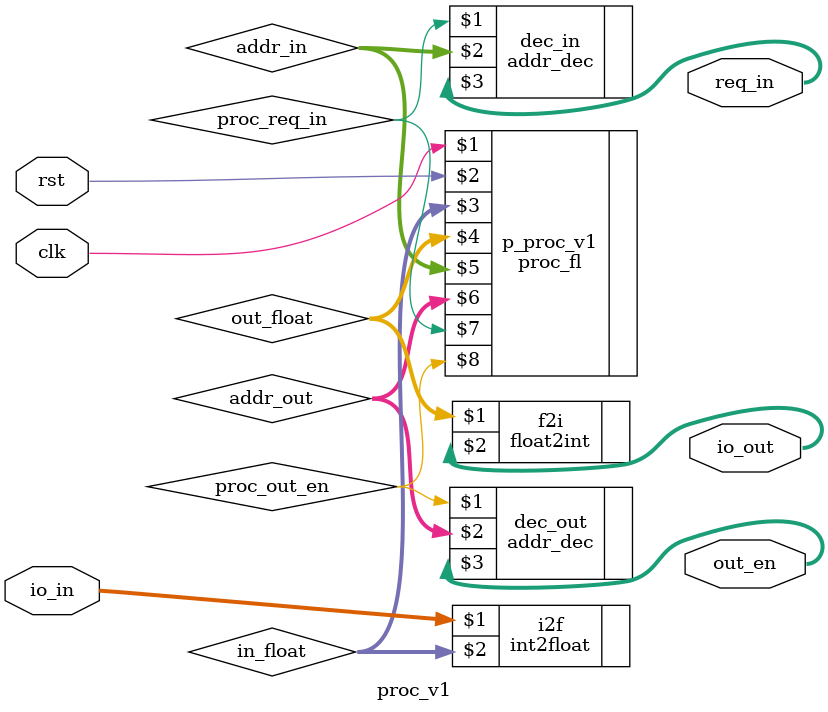
<source format=v>
module proc_v1 (
input clk, rst,
input signed [11:0] io_in,
output signed [20:0] io_out,
output [3:0] req_in,
output [3:0] out_en);

wire signed [20:0] in_float;
wire signed [20:0] out_float;

int2float #(.MAN(12),.EXP(8)) i2f (io_in, in_float);

wire proc_req_in, proc_out_en;
wire [1:0] addr_in;
wire [1:0] addr_out;

proc_fl #(.NBMANT(12),
.NBEXPO(8),
.MDATAS(700),
.MINSTS(4934),
.SDEPTH(12),
.NUIOIN(4),
.NUIOOU(4),
.EQU(1),
.MLT(1),
.ADD(1),
.NEG(1),
.LES(1),
.DFILE("C:/Users/melis/Desktop/Arquivos TCC/Sapho/proc_v1/proc_v1/Hardware/proc_v1_H/proc_v1_data.mif"),
.IFILE("C:/Users/melis/Desktop/Arquivos TCC/Sapho/proc_v1/proc_v1/Hardware/proc_v1_H/proc_v1_inst.mif")
) p_proc_v1 (clk, rst, in_float, out_float, addr_in, addr_out, proc_req_in, proc_out_en);

float2int #(.EXP(8),.MAN(12)) f2i (out_float, io_out);

addr_dec #(4) dec_in (proc_req_in, addr_in , req_in);
addr_dec #(4) dec_out(proc_out_en, addr_out, out_en);

endmodule

</source>
